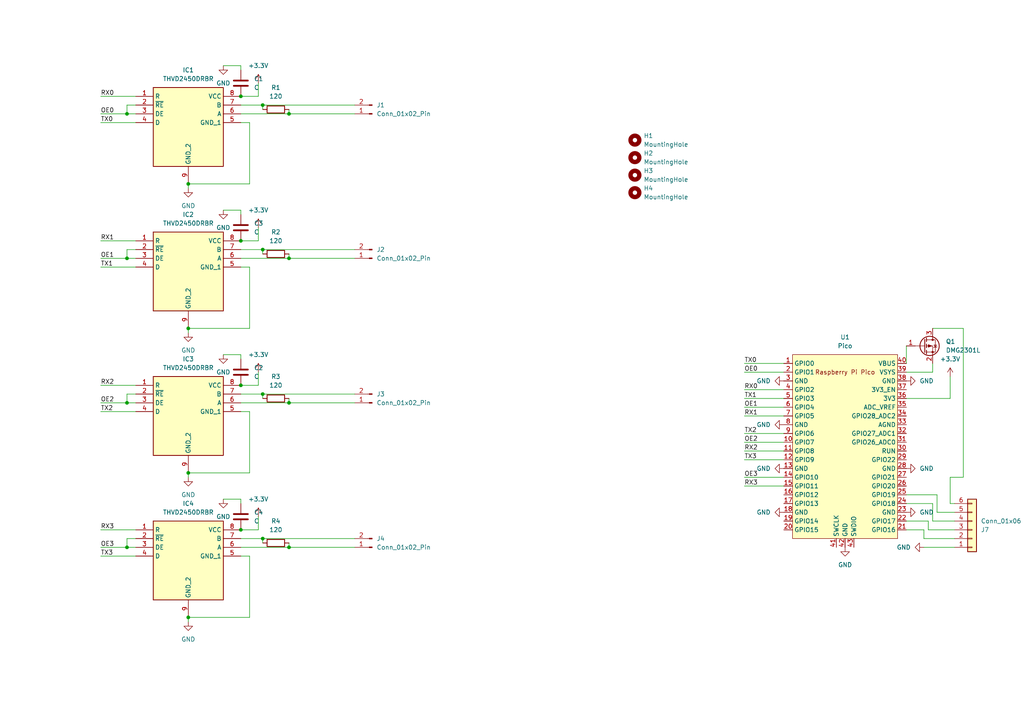
<source format=kicad_sch>
(kicad_sch (version 20230121) (generator eeschema)
  (paper "A4")
  (lib_symbols
    (symbol "Connector:Conn_01x02_Pin" (pin_names (offset 1.016) hide)
      (property "Reference" "J" (at 0 2.54 0))
      (property "Value" "Conn_01x02_Pin" (at 0 -5.08 0))
      (symbol "Conn_01x02_Pin_1_1"
        (polyline (pts (xy 1.27 -2.54) (xy 0.8636 -2.54)) (stroke (width 0.1524)))
        (polyline (pts (xy 1.27 0) (xy 0.8636 0)) (stroke (width 0.1524)))
        (rectangle (start 0.8636 -2.413) (end 0 -2.667) (stroke (width 0.1524)) (fill (type outline)))
        (rectangle (start 0.8636 0.127) (end 0 -0.127) (stroke (width 0.1524)) (fill (type outline)))
        (pin passive line (at 5.08 0 180) (length 3.81) (name "Pin_1") (number "1"))
        (pin passive line (at 5.08 -2.54 180) (length 3.81) (name "Pin_2") (number "2"))
      )
    )
    (symbol "Connector_Generic:Conn_01x06" (pin_names (offset 1.016) hide)
      (property "Reference" "J" (at 0 7.62 0))
      (property "Value" "Conn_01x06" (at 0 -10.16 0))
      (symbol "Conn_01x06_1_1"
        (rectangle (start -1.27 -7.493) (end 0 -7.747) (stroke (width 0.1524)))
        (rectangle (start -1.27 -4.953) (end 0 -5.207) (stroke (width 0.1524)))
        (rectangle (start -1.27 -2.413) (end 0 -2.667) (stroke (width 0.1524)))
        (rectangle (start -1.27 0.127) (end 0 -0.127) (stroke (width 0.1524)))
        (rectangle (start -1.27 2.667) (end 0 2.413) (stroke (width 0.1524)))
        (rectangle (start -1.27 5.207) (end 0 4.953) (stroke (width 0.1524)))
        (rectangle (start -1.27 6.35) (end 1.27 -8.89) (stroke (width 0.254)) (fill (type background)))
        (pin passive line (at -5.08 5.08 0) (length 3.81) (name "Pin_1") (number "1"))
        (pin passive line (at -5.08 2.54 0) (length 3.81) (name "Pin_2") (number "2"))
        (pin passive line (at -5.08 0 0) (length 3.81) (name "Pin_3") (number "3"))
        (pin passive line (at -5.08 -2.54 0) (length 3.81) (name "Pin_4") (number "4"))
        (pin passive line (at -5.08 -5.08 0) (length 3.81) (name "Pin_5") (number "5"))
        (pin passive line (at -5.08 -7.62 0) (length 3.81) (name "Pin_6") (number "6"))
      )
    )
    (symbol "Device:C" (pin_numbers hide) (pin_names (offset 0.254))
      (property "Reference" "C" (at 0.635 2.54 0))
      (property "Value" "C" (at 0.635 -2.54 0))
      (symbol "C_0_1"
        (polyline (pts (xy -2.032 -0.762) (xy 2.032 -0.762)) (stroke (width 0.508)))
        (polyline (pts (xy -2.032 0.762) (xy 2.032 0.762)) (stroke (width 0.508)))
      )
      (symbol "C_1_1"
        (pin passive line (at 0 3.81 270) (length 2.794) (name "~") (number "1"))
        (pin passive line (at 0 -3.81 90) (length 2.794) (name "~") (number "2"))
      )
    )
    (symbol "Device:R" (pin_numbers hide) (pin_names (offset 0))
      (property "Reference" "R" (at 2.032 0 90))
      (property "Value" "R" (at 0 0 90))
      (symbol "R_0_1"
        (rectangle (start -1.016 -2.54) (end 1.016 2.54) (stroke (width 0.254)))
      )
      (symbol "R_1_1"
        (pin passive line (at 0 3.81 270) (length 1.27) (name "~") (number "1"))
        (pin passive line (at 0 -3.81 90) (length 1.27) (name "~") (number "2"))
      )
    )
    (symbol "MCU_RaspberryPi_and_Boards:Pico"
      (property "Reference" "U" (at -13.97 27.94 0))
      (property "Value" "Pico" (at 0 19.05 0))
      (symbol "Pico_0_0"
        (text "Raspberry Pi Pico" (at 0 21.59 0) (effects (font (size 1.27 1.27))))
      )
      (symbol "Pico_0_1"
        (rectangle (start -15.24 26.67) (end 15.24 -26.67) (fill (type background)))
      )
      (symbol "Pico_1_1"
        (pin bidirectional line (at -17.78 24.13 0) (length 2.54) (name "GPIO0") (number "1"))
        (pin bidirectional line (at -17.78 1.27 0) (length 2.54) (name "GPIO7") (number "10"))
        (pin bidirectional line (at -17.78 -1.27 0) (length 2.54) (name "GPIO8") (number "11"))
        (pin bidirectional line (at -17.78 -3.81 0) (length 2.54) (name "GPIO9") (number "12"))
        (pin power_in line (at -17.78 -6.35 0) (length 2.54) (name "GND") (number "13"))
        (pin bidirectional line (at -17.78 -8.89 0) (length 2.54) (name "GPIO10") (number "14"))
        (pin bidirectional line (at -17.78 -11.43 0) (length 2.54) (name "GPIO11") (number "15"))
        (pin bidirectional line (at -17.78 -13.97 0) (length 2.54) (name "GPIO12") (number "16"))
        (pin bidirectional line (at -17.78 -16.51 0) (length 2.54) (name "GPIO13") (number "17"))
        (pin power_in line (at -17.78 -19.05 0) (length 2.54) (name "GND") (number "18"))
        (pin bidirectional line (at -17.78 -21.59 0) (length 2.54) (name "GPIO14") (number "19"))
        (pin bidirectional line (at -17.78 21.59 0) (length 2.54) (name "GPIO1") (number "2"))
        (pin bidirectional line (at -17.78 -24.13 0) (length 2.54) (name "GPIO15") (number "20"))
        (pin bidirectional line (at 17.78 -24.13 180) (length 2.54) (name "GPIO16") (number "21"))
        (pin bidirectional line (at 17.78 -21.59 180) (length 2.54) (name "GPIO17") (number "22"))
        (pin power_in line (at 17.78 -19.05 180) (length 2.54) (name "GND") (number "23"))
        (pin bidirectional line (at 17.78 -16.51 180) (length 2.54) (name "GPIO18") (number "24"))
        (pin bidirectional line (at 17.78 -13.97 180) (length 2.54) (name "GPIO19") (number "25"))
        (pin bidirectional line (at 17.78 -11.43 180) (length 2.54) (name "GPIO20") (number "26"))
        (pin bidirectional line (at 17.78 -8.89 180) (length 2.54) (name "GPIO21") (number "27"))
        (pin power_in line (at 17.78 -6.35 180) (length 2.54) (name "GND") (number "28"))
        (pin bidirectional line (at 17.78 -3.81 180) (length 2.54) (name "GPIO22") (number "29"))
        (pin power_in line (at -17.78 19.05 0) (length 2.54) (name "GND") (number "3"))
        (pin input line (at 17.78 -1.27 180) (length 2.54) (name "RUN") (number "30"))
        (pin bidirectional line (at 17.78 1.27 180) (length 2.54) (name "GPIO26_ADC0") (number "31"))
        (pin bidirectional line (at 17.78 3.81 180) (length 2.54) (name "GPIO27_ADC1") (number "32"))
        (pin power_in line (at 17.78 6.35 180) (length 2.54) (name "AGND") (number "33"))
        (pin bidirectional line (at 17.78 8.89 180) (length 2.54) (name "GPIO28_ADC2") (number "34"))
        (pin power_in line (at 17.78 11.43 180) (length 2.54) (name "ADC_VREF") (number "35"))
        (pin power_in line (at 17.78 13.97 180) (length 2.54) (name "3V3") (number "36"))
        (pin input line (at 17.78 16.51 180) (length 2.54) (name "3V3_EN") (number "37"))
        (pin bidirectional line (at 17.78 19.05 180) (length 2.54) (name "GND") (number "38"))
        (pin power_in line (at 17.78 21.59 180) (length 2.54) (name "VSYS") (number "39"))
        (pin bidirectional line (at -17.78 16.51 0) (length 2.54) (name "GPIO2") (number "4"))
        (pin power_in line (at 17.78 24.13 180) (length 2.54) (name "VBUS") (number "40"))
        (pin input line (at -2.54 -29.21 90) (length 2.54) (name "SWCLK") (number "41"))
        (pin power_in line (at 0 -29.21 90) (length 2.54) (name "GND") (number "42"))
        (pin bidirectional line (at 2.54 -29.21 90) (length 2.54) (name "SWDIO") (number "43"))
        (pin bidirectional line (at -17.78 13.97 0) (length 2.54) (name "GPIO3") (number "5"))
        (pin bidirectional line (at -17.78 11.43 0) (length 2.54) (name "GPIO4") (number "6"))
        (pin bidirectional line (at -17.78 8.89 0) (length 2.54) (name "GPIO5") (number "7"))
        (pin power_in line (at -17.78 6.35 0) (length 2.54) (name "GND") (number "8"))
        (pin bidirectional line (at -17.78 3.81 0) (length 2.54) (name "GPIO6") (number "9"))
      )
    )
    (symbol "Mechanical:MountingHole" (pin_names (offset 1.016))
      (property "Reference" "H" (at 0 5.08 0))
      (property "Value" "MountingHole" (at 0 3.175 0))
      (symbol "MountingHole_0_1"
        (circle (center 0 0) (radius 1.27) (stroke (width 1.27)))
      )
    )
    (symbol "THVD2450DRBR:THVD2450DRBR"
      (property "Reference" "IC" (at 26.67 7.62 0))
      (property "Value" "THVD2450DRBR" (at 26.67 5.08 0))
      (symbol "THVD2450DRBR_1_1"
        (rectangle (start 5.08 2.54) (end 25.4 -20.32) (stroke (width 0.254)) (fill (type background)))
        (pin output line (at 0 0 0) (length 5.08) (name "R") (number "1"))
        (pin input line (at 0 -2.54 0) (length 5.08) (name "~{RE}") (number "2"))
        (pin input line (at 0 -5.08 0) (length 5.08) (name "DE") (number "3"))
        (pin input line (at 0 -7.62 0) (length 5.08) (name "D") (number "4"))
        (pin power_in line (at 30.48 -7.62 180) (length 5.08) (name "GND_1") (number "5"))
        (pin bidirectional line (at 30.48 -5.08 180) (length 5.08) (name "A") (number "6"))
        (pin bidirectional line (at 30.48 -2.54 180) (length 5.08) (name "B") (number "7"))
        (pin power_in line (at 30.48 0 180) (length 5.08) (name "VCC") (number "8"))
        (pin power_in line (at 15.24 -25.4 90) (length 5.08) (name "GND_2") (number "9"))
      )
    )
    (symbol "Transistor_FET:DMG2301L" (pin_names hide)
      (property "Reference" "Q" (at 5.08 1.905 0))
      (property "Value" "DMG2301L" (at 5.08 0 0))
      (symbol "DMG2301L_0_1"
        (polyline (pts (xy 0.254 0) (xy -2.54 0)))
        (polyline (pts (xy 0.254 1.905) (xy 0.254 -1.905)) (stroke (width 0.254)))
        (polyline (pts (xy 0.762 -1.27) (xy 0.762 -2.286)) (stroke (width 0.254)))
        (polyline (pts (xy 0.762 0.508) (xy 0.762 -0.508)) (stroke (width 0.254)))
        (polyline (pts (xy 0.762 2.286) (xy 0.762 1.27)) (stroke (width 0.254)))
        (polyline (pts (xy 2.54 2.54) (xy 2.54 1.778)))
        (polyline (pts (xy 2.54 -2.54) (xy 2.54 0) (xy 0.762 0)))
        (polyline (pts (xy 0.762 1.778) (xy 3.302 1.778) (xy 3.302 -1.778) (xy 0.762 -1.778)))
        (polyline (pts (xy 2.286 0) (xy 1.27 0.381) (xy 1.27 -0.381) (xy 2.286 0)) (fill (type outline)))
        (polyline (pts (xy 2.794 -0.508) (xy 2.921 -0.381) (xy 3.683 -0.381) (xy 3.81 -0.254)))
        (polyline (pts (xy 3.302 -0.381) (xy 2.921 0.254) (xy 3.683 0.254) (xy 3.302 -0.381)))
        (circle (center 1.651 0) (radius 2.794) (stroke (width 0.254)))
        (circle (center 2.54 -1.778) (radius 0.254) (fill (type outline)))
        (circle (center 2.54 1.778) (radius 0.254) (fill (type outline)))
      )
      (symbol "DMG2301L_1_1"
        (pin input line (at -5.08 0 0) (length 2.54) (name "G") (number "1"))
        (pin passive line (at 2.54 -5.08 90) (length 2.54) (name "S") (number "2"))
        (pin passive line (at 2.54 5.08 270) (length 2.54) (name "D") (number "3"))
      )
    )
    (symbol "power:+3.3V" (power) (pin_names (offset 0))
      (property "Value" "+3.3V" (at 0 3.556 0))
      (symbol "+3.3V_0_1"
        (polyline (pts (xy -0.762 1.27) (xy 0 2.54)))
        (polyline (pts (xy 0 0) (xy 0 2.54)))
        (polyline (pts (xy 0 2.54) (xy 0.762 1.27)))
      )
      (symbol "+3.3V_1_1"
        (pin power_in line (at 0 0 90) (length 0) hide (name "+3.3V") (number "1"))
      )
    )
    (symbol "power:GND" (power) (pin_names (offset 0))
      (property "Value" "GND" (at 0 -3.81 0))
      (symbol "GND_0_1"
        (polyline (pts (xy 0 0) (xy 0 -1.27) (xy 1.27 -1.27) (xy 0 -2.54) (xy -1.27 -1.27) (xy 0 -1.27)))
      )
      (symbol "GND_1_1"
        (pin power_in line (at 0 0 270) (length 0) hide (name "GND") (number "1"))
      )
    )
  )
  (junction (at 76.2 114.3))
  (junction (at 54.61 53.34))
  (junction (at 76.2 72.39))
  (junction (at 76.2 156.21))
  (junction (at 83.82 74.93))
  (junction (at 83.82 158.75))
  (junction (at 54.61 95.25))
  (junction (at 76.2 30.48))
  (junction (at 69.85 69.85))
  (junction (at 83.82 116.84))
  (junction (at 36.83 33.02))
  (junction (at 69.85 27.94))
  (junction (at 69.85 153.67))
  (junction (at 83.82 33.02))
  (junction (at 69.85 111.76))
  (junction (at 36.83 158.75))
  (junction (at 36.83 116.84))
  (junction (at 54.61 179.07))
  (junction (at 54.61 137.16))
  (junction (at 36.83 74.93))
  (wire (pts (xy 72.39 179.07) (xy 54.61 179.07)))
  (wire (pts (xy 76.2 30.48) (xy 102.87 30.48)))
  (wire (pts (xy 76.2 156.21) (xy 76.2 157.48)))
  (wire (pts (xy 72.39 95.25) (xy 54.61 95.25)))
  (wire (pts (xy 54.61 53.34) (xy 54.61 54.61)))
  (wire (pts (xy 267.97 153.67) (xy 267.97 156.21)))
  (wire (pts (xy 29.21 77.47) (xy 39.37 77.47)))
  (wire (pts (xy 83.82 158.75) (xy 102.87 158.75)))
  (wire (pts (xy 269.24 151.13) (xy 262.89 151.13)))
  (wire (pts (xy 262.89 146.05) (xy 270.51 146.05)))
  (wire (pts (xy 29.21 69.85) (xy 39.37 69.85)))
  (wire (pts (xy 215.9 138.43) (xy 227.33 138.43)))
  (wire (pts (xy 215.9 140.97) (xy 227.33 140.97)))
  (wire (pts (xy 36.83 114.3) (xy 36.83 116.84)))
  (wire (pts (xy 29.21 153.67) (xy 39.37 153.67)))
  (wire (pts (xy 69.85 158.75) (xy 83.82 158.75)))
  (wire (pts (xy 271.78 143.51) (xy 262.89 143.51)))
  (wire (pts (xy 64.77 144.78) (xy 69.85 144.78)))
  (wire (pts (xy 69.85 144.78) (xy 69.85 146.05)))
  (wire (pts (xy 83.82 73.66) (xy 83.82 74.93)))
  (wire (pts (xy 270.51 95.25) (xy 279.4 95.25)))
  (wire (pts (xy 76.2 114.3) (xy 102.87 114.3)))
  (wire (pts (xy 69.85 19.05) (xy 69.85 20.32)))
  (wire (pts (xy 267.97 158.75) (xy 276.86 158.75)))
  (wire (pts (xy 76.2 156.21) (xy 102.87 156.21)))
  (wire (pts (xy 29.21 119.38) (xy 39.37 119.38)))
  (wire (pts (xy 39.37 72.39) (xy 36.83 72.39)))
  (wire (pts (xy 215.9 118.11) (xy 227.33 118.11)))
  (wire (pts (xy 69.85 27.94) (xy 74.93 27.94)))
  (wire (pts (xy 64.77 19.05) (xy 69.85 19.05)))
  (wire (pts (xy 39.37 114.3) (xy 36.83 114.3)))
  (wire (pts (xy 276.86 153.67) (xy 269.24 153.67)))
  (wire (pts (xy 64.77 102.87) (xy 69.85 102.87)))
  (wire (pts (xy 270.51 105.41) (xy 270.51 107.95)))
  (wire (pts (xy 36.83 74.93) (xy 39.37 74.93)))
  (wire (pts (xy 72.39 161.29) (xy 72.39 179.07)))
  (wire (pts (xy 215.9 113.03) (xy 227.33 113.03)))
  (wire (pts (xy 83.82 33.02) (xy 102.87 33.02)))
  (wire (pts (xy 69.85 33.02) (xy 83.82 33.02)))
  (wire (pts (xy 54.61 95.25) (xy 54.61 96.52)))
  (wire (pts (xy 39.37 156.21) (xy 36.83 156.21)))
  (wire (pts (xy 215.9 120.65) (xy 227.33 120.65)))
  (wire (pts (xy 215.9 115.57) (xy 227.33 115.57)))
  (wire (pts (xy 215.9 107.95) (xy 227.33 107.95)))
  (wire (pts (xy 270.51 146.05) (xy 270.51 151.13)))
  (wire (pts (xy 76.2 72.39) (xy 76.2 73.66)))
  (wire (pts (xy 76.2 114.3) (xy 76.2 115.57)))
  (wire (pts (xy 29.21 116.84) (xy 36.83 116.84)))
  (wire (pts (xy 69.85 35.56) (xy 72.39 35.56)))
  (wire (pts (xy 262.89 107.95) (xy 270.51 107.95)))
  (wire (pts (xy 69.85 74.93) (xy 83.82 74.93)))
  (wire (pts (xy 275.59 146.05) (xy 275.59 138.43)))
  (wire (pts (xy 29.21 33.02) (xy 36.83 33.02)))
  (wire (pts (xy 69.85 60.96) (xy 69.85 62.23)))
  (wire (pts (xy 69.85 77.47) (xy 72.39 77.47)))
  (wire (pts (xy 215.9 128.27) (xy 227.33 128.27)))
  (wire (pts (xy 72.39 35.56) (xy 72.39 53.34)))
  (wire (pts (xy 29.21 74.93) (xy 36.83 74.93)))
  (wire (pts (xy 69.85 114.3) (xy 76.2 114.3)))
  (wire (pts (xy 262.89 153.67) (xy 267.97 153.67)))
  (wire (pts (xy 29.21 161.29) (xy 39.37 161.29)))
  (wire (pts (xy 74.93 66.04) (xy 74.93 69.85)))
  (wire (pts (xy 267.97 156.21) (xy 276.86 156.21)))
  (wire (pts (xy 36.83 156.21) (xy 36.83 158.75)))
  (wire (pts (xy 69.85 153.67) (xy 74.93 153.67)))
  (wire (pts (xy 215.9 133.35) (xy 227.33 133.35)))
  (wire (pts (xy 29.21 158.75) (xy 36.83 158.75)))
  (wire (pts (xy 69.85 69.85) (xy 74.93 69.85)))
  (wire (pts (xy 72.39 77.47) (xy 72.39 95.25)))
  (wire (pts (xy 74.93 107.95) (xy 74.93 111.76)))
  (wire (pts (xy 262.89 115.57) (xy 275.59 115.57)))
  (wire (pts (xy 275.59 138.43) (xy 279.4 138.43)))
  (wire (pts (xy 76.2 30.48) (xy 76.2 31.75)))
  (wire (pts (xy 83.82 74.93) (xy 102.87 74.93)))
  (wire (pts (xy 83.82 115.57) (xy 83.82 116.84)))
  (wire (pts (xy 215.9 130.81) (xy 227.33 130.81)))
  (wire (pts (xy 271.78 148.59) (xy 271.78 143.51)))
  (wire (pts (xy 69.85 156.21) (xy 76.2 156.21)))
  (wire (pts (xy 36.83 116.84) (xy 39.37 116.84)))
  (wire (pts (xy 69.85 116.84) (xy 83.82 116.84)))
  (wire (pts (xy 29.21 27.94) (xy 39.37 27.94)))
  (wire (pts (xy 36.83 158.75) (xy 39.37 158.75)))
  (wire (pts (xy 275.59 109.22) (xy 275.59 115.57)))
  (wire (pts (xy 29.21 35.56) (xy 39.37 35.56)))
  (wire (pts (xy 72.39 137.16) (xy 54.61 137.16)))
  (wire (pts (xy 69.85 102.87) (xy 69.85 104.14)))
  (wire (pts (xy 36.83 72.39) (xy 36.83 74.93)))
  (wire (pts (xy 54.61 179.07) (xy 54.61 180.34)))
  (wire (pts (xy 54.61 137.16) (xy 54.61 138.43)))
  (wire (pts (xy 215.9 105.41) (xy 227.33 105.41)))
  (wire (pts (xy 72.39 119.38) (xy 72.39 137.16)))
  (wire (pts (xy 83.82 31.75) (xy 83.82 33.02)))
  (wire (pts (xy 39.37 30.48) (xy 36.83 30.48)))
  (wire (pts (xy 69.85 30.48) (xy 76.2 30.48)))
  (wire (pts (xy 83.82 157.48) (xy 83.82 158.75)))
  (wire (pts (xy 76.2 72.39) (xy 102.87 72.39)))
  (wire (pts (xy 74.93 149.86) (xy 74.93 153.67)))
  (wire (pts (xy 83.82 116.84) (xy 102.87 116.84)))
  (wire (pts (xy 29.21 111.76) (xy 39.37 111.76)))
  (wire (pts (xy 279.4 138.43) (xy 279.4 95.25)))
  (wire (pts (xy 69.85 72.39) (xy 76.2 72.39)))
  (wire (pts (xy 36.83 33.02) (xy 39.37 33.02)))
  (wire (pts (xy 69.85 111.76) (xy 74.93 111.76)))
  (wire (pts (xy 270.51 151.13) (xy 276.86 151.13)))
  (wire (pts (xy 276.86 148.59) (xy 271.78 148.59)))
  (wire (pts (xy 262.89 100.33) (xy 262.89 105.41)))
  (wire (pts (xy 269.24 153.67) (xy 269.24 151.13)))
  (wire (pts (xy 276.86 146.05) (xy 275.59 146.05)))
  (wire (pts (xy 69.85 161.29) (xy 72.39 161.29)))
  (wire (pts (xy 72.39 53.34) (xy 54.61 53.34)))
  (wire (pts (xy 215.9 125.73) (xy 227.33 125.73)))
  (wire (pts (xy 36.83 30.48) (xy 36.83 33.02)))
  (wire (pts (xy 64.77 60.96) (xy 69.85 60.96)))
  (wire (pts (xy 69.85 119.38) (xy 72.39 119.38)))
  (wire (pts (xy 74.93 24.13) (xy 74.93 27.94)))
  (label "TX3" (at 215.9 133.35 0))
  (label "TX3" (at 29.21 161.29 0))
  (label "OE1" (at 215.9 118.11 0))
  (label "TX1" (at 215.9 115.57 0))
  (label "RX1" (at 215.9 120.65 0))
  (label "OE1" (at 29.21 74.93 0))
  (label "OE3" (at 215.9 138.43 0))
  (label "OE0" (at 215.9 107.95 0))
  (label "TX0" (at 215.9 105.41 0))
  (label "OE2" (at 215.9 128.27 0))
  (label "TX2" (at 215.9 125.73 0))
  (label "RX3" (at 215.9 140.97 0))
  (label "RX0" (at 29.21 27.94 0))
  (label "RX3" (at 29.21 153.67 0))
  (label "RX0" (at 215.9 113.03 0))
  (label "TX1" (at 29.21 77.47 0))
  (label "OE2" (at 29.21 116.84 0))
  (label "TX2" (at 29.21 119.38 0))
  (label "OE3" (at 29.21 158.75 0))
  (label "OE0" (at 29.21 33.02 0))
  (label "RX2" (at 215.9 130.81 0))
  (label "TX0" (at 29.21 35.56 0))
  (label "RX1" (at 29.21 69.85 0))
  (label "RX2" (at 29.21 111.76 0))
  (symbol (lib_id "power:GND") (at 54.61 96.52 0) (unit 1)
    (property "Reference" "#PWR011" (effects hide))
    (property "Value" "GND" (at 54.61 101.6 0))
  )
  (symbol (lib_id "power:GND") (at 54.61 180.34 0) (unit 1)
    (property "Reference" "#PWR015" (effects hide))
    (property "Value" "GND" (at 54.61 185.42 0))
  )
  (symbol (lib_id "Device:R") (at 80.01 157.48 90) (unit 1)
    (property "Reference" "R4" (at 80.01 151.13 90))
    (property "Value" "120" (at 80.01 153.67 90))
    (property "Footprint" "Resistor_SMD:R_0603_1608Metric" (effects hide))
  )
  (symbol (lib_id "power:GND") (at 64.77 102.87 0) (unit 1)
    (property "Reference" "#PWR018" (effects hide))
    (property "Value" "GND" (at 64.77 107.95 0))
  )
  (symbol (lib_id "power:GND") (at 54.61 138.43 0) (unit 1)
    (property "Reference" "#PWR013" (effects hide))
    (property "Value" "GND" (at 54.61 143.51 0))
  )
  (symbol (lib_id "power:+3.3V") (at 74.93 107.95 0) (unit 1)
    (property "Reference" "#PWR014" (effects hide))
    (property "Value" "+3.3V" (at 74.93 102.87 0))
  )
  (symbol (lib_id "power:GND") (at 227.33 110.49 270) (unit 1)
    (property "Reference" "#PWR03" (effects hide))
    (property "Value" "GND" (at 223.52 110.49 90) (effects (justify right)))
  )
  (symbol (lib_id "Device:R") (at 80.01 73.66 90) (unit 1)
    (property "Reference" "R2" (at 80.01 67.31 90))
    (property "Value" "120" (at 80.01 69.85 90))
    (property "Footprint" "Resistor_SMD:R_0603_1608Metric" (effects hide))
  )
  (symbol (lib_id "power:+3.3V") (at 74.93 24.13 0) (unit 1)
    (property "Reference" "#PWR09" (effects hide))
    (property "Value" "+3.3V" (at 74.93 19.05 0))
  )
  (symbol (lib_id "Device:C") (at 69.85 66.04 0) (unit 1)
    (property "Reference" "C3" (at 73.66 64.77 0) (effects (justify left)))
    (property "Value" "C" (at 73.66 67.31 0) (effects (justify left)))
    (property "Footprint" "Capacitor_SMD:C_0603_1608Metric" (effects hide))
  )
  (symbol (lib_id "Device:R") (at 80.01 115.57 90) (unit 1)
    (property "Reference" "R3" (at 80.01 109.22 90))
    (property "Value" "120" (at 80.01 111.76 90))
    (property "Footprint" "Resistor_SMD:R_0603_1608Metric" (effects hide))
  )
  (symbol (lib_id "Connector:Conn_01x02_Pin") (at 107.95 33.02 180) (unit 1)
    (property "Reference" "J1" (at 109.22 30.48 0) (effects (justify right)))
    (property "Value" "Conn_01x02_Pin" (at 109.22 33.02 0) (effects (justify right)))
    (property "Footprint" "Connector_Hirose:Hirose_DF13-02P-1.25DSA_1x02_P1.25mm_Vertical" (effects hide))
  )
  (symbol (lib_id "power:GND") (at 245.11 158.75 0) (unit 1)
    (property "Reference" "#PWR01" (effects hide))
    (property "Value" "GND" (at 245.11 163.83 0))
  )
  (symbol (lib_id "Mechanical:MountingHole") (at 184.15 55.88 0) (unit 1)
    (property "Reference" "H4" (at 186.69 54.61 0) (effects (justify left)))
    (property "Value" "MountingHole" (at 186.69 57.15 0) (effects (justify left)))
    (property "Footprint" "MountingHole:MountingHole_2.5mm_Pad_TopOnly" (effects hide))
  )
  (symbol (lib_id "Device:R") (at 80.01 31.75 90) (unit 1)
    (property "Reference" "R1" (at 80.01 25.4 90))
    (property "Value" "120" (at 80.01 27.94 90))
    (property "Footprint" "Resistor_SMD:R_0603_1608Metric" (effects hide))
  )
  (symbol (lib_id "Mechanical:MountingHole") (at 184.15 45.72 0) (unit 1)
    (property "Reference" "H2" (at 186.69 44.45 0) (effects (justify left)))
    (property "Value" "MountingHole" (at 186.69 46.99 0) (effects (justify left)))
    (property "Footprint" "MountingHole:MountingHole_2.5mm_Pad_TopOnly" (effects hide))
  )
  (symbol (lib_id "power:+3.3V") (at 74.93 149.86 0) (unit 1)
    (property "Reference" "#PWR016" (effects hide))
    (property "Value" "+3.3V" (at 74.93 144.78 0))
  )
  (symbol (lib_id "Device:C") (at 69.85 149.86 0) (unit 1)
    (property "Reference" "C4" (at 73.66 148.59 0) (effects (justify left)))
    (property "Value" "C" (at 73.66 151.13 0) (effects (justify left)))
    (property "Footprint" "Capacitor_SMD:C_0603_1608Metric" (effects hide))
  )
  (symbol (lib_id "Mechanical:MountingHole") (at 184.15 50.8 0) (unit 1)
    (property "Reference" "H3" (at 186.69 49.53 0) (effects (justify left)))
    (property "Value" "MountingHole" (at 186.69 52.07 0) (effects (justify left)))
    (property "Footprint" "MountingHole:MountingHole_2.5mm_Pad_TopOnly" (effects hide))
  )
  (symbol (lib_id "THVD2450DRBR:THVD2450DRBR") (at 39.37 27.94 0) (unit 1)
    (property "Reference" "IC1" (at 54.61 20.32 0))
    (property "Value" "THVD2450DRBR" (at 54.61 22.86 0))
    (property "Footprint" "Library:SON65P300X300X100-9N" (effects hide))
    (property "Datasheet" "https://www.ti.com/lit/ds/symlink/thvd2450.pdf?ts=1608497440801&ref_url=https%253A%252F%252Fwww.ti.com%252Fproduct%252FTHVD2450" (effects hide))
    (property "Height" "1" (effects hide))
    (property "Manufacturer_Name" "Texas Instruments" (effects hide))
    (property "Manufacturer_Part_Number" "THVD2450DRBR" (effects hide))
    (property "Mouser Part Number" "595-THVD2450DRBR" (effects hide))
    (property "Mouser Price/Stock" "https://www.mouser.co.uk/ProductDetail/Texas-Instruments/THVD2450DRBR?qs=%252B6g0mu59x7JicSSGIZMHlQ%3D%3D" (effects hide))
    (property "Arrow Part Number" "THVD2450DRBR" (effects hide))
    (property "Arrow Price/Stock" "https://www.arrow.com/en/products/thvd2450drbr/texas-instruments?region=nac" (effects hide))
  )
  (symbol (lib_id "Device:C") (at 69.85 107.95 0) (unit 1)
    (property "Reference" "C2" (at 73.66 106.68 0) (effects (justify left)))
    (property "Value" "C" (at 73.66 109.22 0) (effects (justify left)))
    (property "Footprint" "Capacitor_SMD:C_0603_1608Metric" (effects hide))
  )
  (symbol (lib_id "THVD2450DRBR:THVD2450DRBR") (at 39.37 69.85 0) (unit 1)
    (property "Reference" "IC2" (at 54.61 62.23 0))
    (property "Value" "THVD2450DRBR" (at 54.61 64.77 0))
    (property "Footprint" "Library:SON65P300X300X100-9N" (effects hide))
    (property "Datasheet" "https://www.ti.com/lit/ds/symlink/thvd2450.pdf?ts=1608497440801&ref_url=https%253A%252F%252Fwww.ti.com%252Fproduct%252FTHVD2450" (effects hide))
    (property "Height" "1" (effects hide))
    (property "Manufacturer_Name" "Texas Instruments" (effects hide))
    (property "Manufacturer_Part_Number" "THVD2450DRBR" (effects hide))
    (property "Mouser Part Number" "595-THVD2450DRBR" (effects hide))
    (property "Mouser Price/Stock" "https://www.mouser.co.uk/ProductDetail/Texas-Instruments/THVD2450DRBR?qs=%252B6g0mu59x7JicSSGIZMHlQ%3D%3D" (effects hide))
    (property "Arrow Part Number" "THVD2450DRBR" (effects hide))
    (property "Arrow Price/Stock" "https://www.arrow.com/en/products/thvd2450drbr/texas-instruments?region=nac" (effects hide))
  )
  (symbol (lib_id "power:GND") (at 64.77 60.96 0) (unit 1)
    (property "Reference" "#PWR019" (effects hide))
    (property "Value" "GND" (at 64.77 66.04 0))
  )
  (symbol (lib_id "power:GND") (at 64.77 19.05 0) (unit 1)
    (property "Reference" "#PWR017" (effects hide))
    (property "Value" "GND" (at 64.77 24.13 0))
  )
  (symbol (lib_id "MCU_RaspberryPi_and_Boards:Pico") (at 245.11 129.54 0) (unit 1)
    (property "Reference" "U1" (at 245.11 97.79 0))
    (property "Value" "Pico" (at 245.11 100.33 0))
    (property "Footprint" "MCU_RaspberryPi_and_Boards:RPi_Pico_SMD_TH" (effects hide))
  )
  (symbol (lib_id "THVD2450DRBR:THVD2450DRBR") (at 39.37 153.67 0) (unit 1)
    (property "Reference" "IC4" (at 54.61 146.05 0))
    (property "Value" "THVD2450DRBR" (at 54.61 148.59 0))
    (property "Footprint" "Library:SON65P300X300X100-9N" (effects hide))
    (property "Datasheet" "https://www.ti.com/lit/ds/symlink/thvd2450.pdf?ts=1608497440801&ref_url=https%253A%252F%252Fwww.ti.com%252Fproduct%252FTHVD2450" (effects hide))
    (property "Height" "1" (effects hide))
    (property "Manufacturer_Name" "Texas Instruments" (effects hide))
    (property "Manufacturer_Part_Number" "THVD2450DRBR" (effects hide))
    (property "Mouser Part Number" "595-THVD2450DRBR" (effects hide))
    (property "Mouser Price/Stock" "https://www.mouser.co.uk/ProductDetail/Texas-Instruments/THVD2450DRBR?qs=%252B6g0mu59x7JicSSGIZMHlQ%3D%3D" (effects hide))
    (property "Arrow Part Number" "THVD2450DRBR" (effects hide))
    (property "Arrow Price/Stock" "https://www.arrow.com/en/products/thvd2450drbr/texas-instruments?region=nac" (effects hide))
  )
  (symbol (lib_id "Mechanical:MountingHole") (at 184.15 40.64 0) (unit 1)
    (property "Reference" "H1" (at 186.69 39.37 0) (effects (justify left)))
    (property "Value" "MountingHole" (at 186.69 41.91 0) (effects (justify left)))
    (property "Footprint" "MountingHole:MountingHole_2.5mm_Pad_TopBottom" (effects hide))
  )
  (symbol (lib_id "THVD2450DRBR:THVD2450DRBR") (at 39.37 111.76 0) (unit 1)
    (property "Reference" "IC3" (at 54.61 104.14 0))
    (property "Value" "THVD2450DRBR" (at 54.61 106.68 0))
    (property "Footprint" "Library:SON65P300X300X100-9N" (effects hide))
    (property "Datasheet" "https://www.ti.com/lit/ds/symlink/thvd2450.pdf?ts=1608497440801&ref_url=https%253A%252F%252Fwww.ti.com%252Fproduct%252FTHVD2450" (effects hide))
    (property "Height" "1" (effects hide))
    (property "Manufacturer_Name" "Texas Instruments" (effects hide))
    (property "Manufacturer_Part_Number" "THVD2450DRBR" (effects hide))
    (property "Mouser Part Number" "595-THVD2450DRBR" (effects hide))
    (property "Mouser Price/Stock" "https://www.mouser.co.uk/ProductDetail/Texas-Instruments/THVD2450DRBR?qs=%252B6g0mu59x7JicSSGIZMHlQ%3D%3D" (effects hide))
    (property "Arrow Part Number" "THVD2450DRBR" (effects hide))
    (property "Arrow Price/Stock" "https://www.arrow.com/en/products/thvd2450drbr/texas-instruments?region=nac" (effects hide))
  )
  (symbol (lib_id "power:GND") (at 227.33 123.19 270) (unit 1)
    (property "Reference" "#PWR07" (effects hide))
    (property "Value" "GND" (at 223.52 123.19 90) (effects (justify right)))
  )
  (symbol (lib_id "power:GND") (at 262.89 110.49 90) (unit 1)
    (property "Reference" "#PWR04" (effects hide))
    (property "Value" "GND" (at 266.7 110.49 90) (effects (justify right)))
  )
  (symbol (lib_id "Device:C") (at 69.85 24.13 0) (unit 1)
    (property "Reference" "C1" (at 73.66 22.86 0) (effects (justify left)))
    (property "Value" "C" (at 73.66 25.4 0) (effects (justify left)))
    (property "Footprint" "Capacitor_SMD:C_0603_1608Metric" (effects hide))
  )
  (symbol (lib_id "Connector:Conn_01x02_Pin") (at 107.95 74.93 180) (unit 1)
    (property "Reference" "J2" (at 109.22 72.39 0) (effects (justify right)))
    (property "Value" "Conn_01x02_Pin" (at 109.22 74.93 0) (effects (justify right)))
    (property "Footprint" "Connector_Hirose:Hirose_DF13-02P-1.25DSA_1x02_P1.25mm_Vertical" (effects hide))
  )
  (symbol (lib_id "Connector:Conn_01x02_Pin") (at 107.95 116.84 180) (unit 1)
    (property "Reference" "J3" (at 109.22 114.3 0) (effects (justify right)))
    (property "Value" "Conn_01x02_Pin" (at 109.22 116.84 0) (effects (justify right)))
    (property "Footprint" "Connector_Hirose:Hirose_DF13-02P-1.25DSA_1x02_P1.25mm_Vertical" (effects hide))
  )
  (symbol (lib_id "power:+3.3V") (at 275.59 109.22 0) (unit 1)
    (property "Reference" "#PWR021" (effects hide))
    (property "Value" "+3.3V" (at 275.59 104.14 0))
  )
  (symbol (lib_id "power:GND") (at 262.89 148.59 90) (unit 1)
    (property "Reference" "#PWR06" (effects hide))
    (property "Value" "GND" (at 266.7 148.59 90) (effects (justify right)))
  )
  (symbol (lib_id "power:GND") (at 64.77 144.78 0) (unit 1)
    (property "Reference" "#PWR020" (effects hide))
    (property "Value" "GND" (at 64.77 149.86 0))
  )
  (symbol (lib_id "power:GND") (at 54.61 54.61 0) (unit 1)
    (property "Reference" "#PWR010" (effects hide))
    (property "Value" "GND" (at 54.61 59.69 0))
  )
  (symbol (lib_id "power:GND") (at 227.33 148.59 270) (unit 1)
    (property "Reference" "#PWR02" (effects hide))
    (property "Value" "GND" (at 223.52 148.59 90) (effects (justify right)))
  )
  (symbol (lib_id "Transistor_FET:DMG2301L") (at 267.97 100.33 0) (unit 1)
    (property "Reference" "Q1" (at 274.32 99.06 0) (effects (justify left)))
    (property "Value" "DMG2301L" (at 274.32 101.6 0) (effects (justify left)))
    (property "Footprint" "Package_TO_SOT_SMD:SOT-23" (effects hide))
    (property "Datasheet" "https://www.diodes.com/assets/Datasheets/DMG2301L.pdf" (effects hide))
  )
  (symbol (lib_id "power:GND") (at 227.33 135.89 270) (unit 1)
    (property "Reference" "#PWR08" (effects hide))
    (property "Value" "GND" (at 223.52 135.89 90) (effects (justify right)))
  )
  (symbol (lib_id "Connector_Generic:Conn_01x06") (at 281.94 153.67 0) (mirror x) (unit 1)
    (property "Reference" "J7" (at 284.48 153.67 0) (effects (justify left)))
    (property "Value" "Conn_01x06" (at 284.48 151.13 0) (effects (justify left)))
    (property "Footprint" "Connector_Hirose:Hirose_DF13-06P-1.25DSA_1x06_P1.25mm_Vertical" (effects hide))
  )
  (symbol (lib_id "Connector:Conn_01x02_Pin") (at 107.95 158.75 180) (unit 1)
    (property "Reference" "J4" (at 109.22 156.21 0) (effects (justify right)))
    (property "Value" "Conn_01x02_Pin" (at 109.22 158.75 0) (effects (justify right)))
    (property "Footprint" "Connector_Hirose:Hirose_DF13-02P-1.25DSA_1x02_P1.25mm_Vertical" (effects hide))
  )
  (symbol (lib_id "power:GND") (at 262.89 135.89 90) (unit 1)
    (property "Reference" "#PWR05" (effects hide))
    (property "Value" "GND" (at 266.7 135.89 90) (effects (justify right)))
  )
  (symbol (lib_id "power:GND") (at 267.97 158.75 270) (mirror x) (unit 1)
    (property "Reference" "#PWR022" (effects hide))
    (property "Value" "GND" (at 264.16 158.75 90) (effects (justify right)))
  )
  (symbol (lib_id "power:+3.3V") (at 74.93 66.04 0) (unit 1)
    (property "Reference" "#PWR012" (effects hide))
    (property "Value" "+3.3V" (at 74.93 60.96 0))
  )
)
</source>
